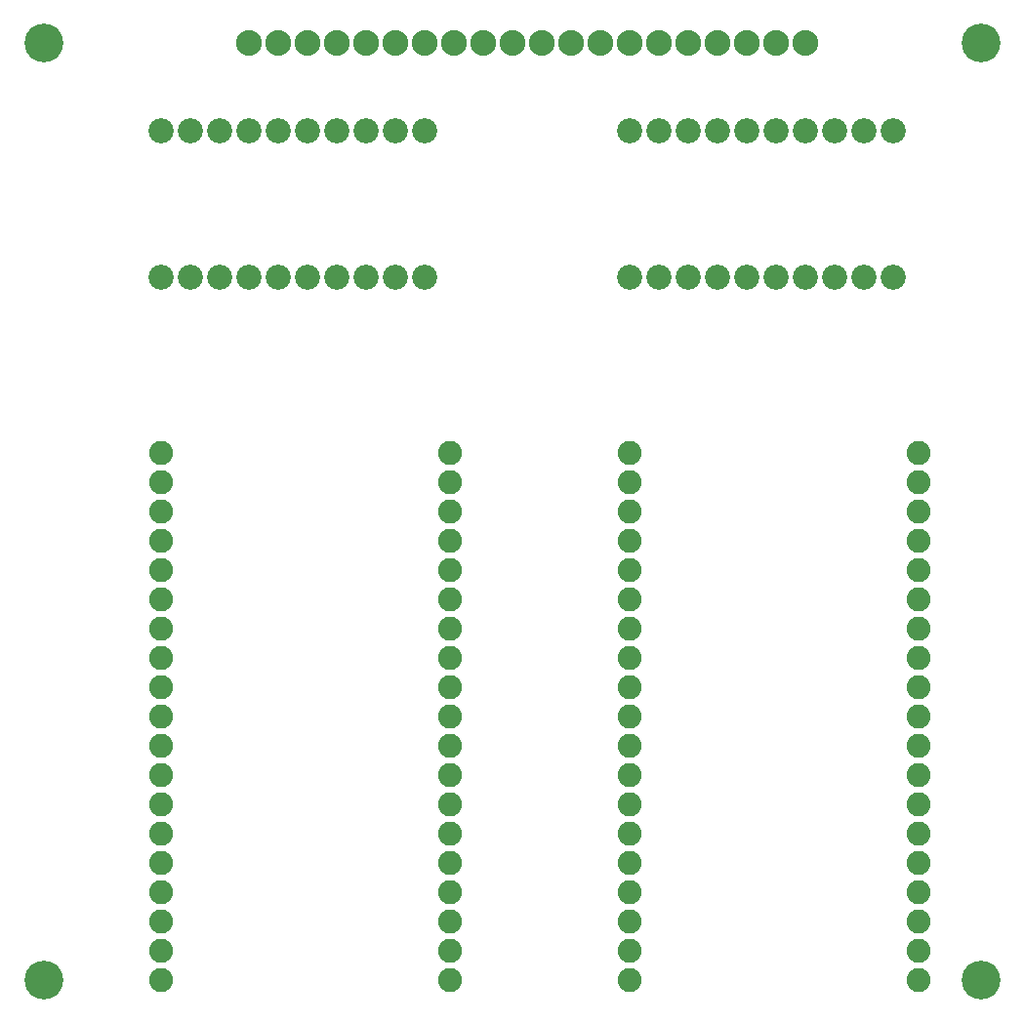
<source format=gts>
G04 MADE WITH FRITZING*
G04 WWW.FRITZING.ORG*
G04 DOUBLE SIDED*
G04 HOLES PLATED*
G04 CONTOUR ON CENTER OF CONTOUR VECTOR*
%ASAXBY*%
%FSLAX23Y23*%
%MOIN*%
%OFA0B0*%
%SFA1.0B1.0*%
%ADD10C,0.086000*%
%ADD11C,0.088000*%
%ADD12C,0.081824*%
%ADD13C,0.132047*%
%LNMASK1*%
G90*
G70*
G54D10*
X2207Y3072D03*
X2307Y3072D03*
X2407Y3072D03*
X2507Y3072D03*
X2607Y3072D03*
X2707Y3072D03*
X2807Y3072D03*
X2907Y3072D03*
X3007Y3072D03*
X3107Y3072D03*
X3107Y2572D03*
X3007Y2572D03*
X2907Y2572D03*
X2807Y2572D03*
X2707Y2572D03*
X2607Y2572D03*
X2507Y2572D03*
X2407Y2572D03*
X2307Y2572D03*
X2207Y2572D03*
X608Y3071D03*
X708Y3071D03*
X808Y3071D03*
X908Y3071D03*
X1008Y3071D03*
X1108Y3071D03*
X1208Y3071D03*
X1308Y3071D03*
X1408Y3071D03*
X1508Y3071D03*
X1508Y2571D03*
X1408Y2571D03*
X1308Y2571D03*
X1208Y2571D03*
X1108Y2571D03*
X1008Y2571D03*
X908Y2571D03*
X808Y2571D03*
X708Y2571D03*
X608Y2571D03*
G54D11*
X908Y3371D03*
X1008Y3371D03*
X1108Y3371D03*
X1208Y3371D03*
X1308Y3371D03*
X1408Y3371D03*
X1508Y3371D03*
X1608Y3371D03*
X1708Y3371D03*
X1808Y3371D03*
X908Y3371D03*
X1008Y3371D03*
X1108Y3371D03*
X1208Y3371D03*
X1308Y3371D03*
X1408Y3371D03*
X1508Y3371D03*
X1608Y3371D03*
X1708Y3371D03*
X1808Y3371D03*
X1908Y3371D03*
X2008Y3371D03*
X2108Y3371D03*
X2208Y3371D03*
X2308Y3371D03*
X2408Y3371D03*
X2508Y3371D03*
X2608Y3371D03*
X2708Y3371D03*
X2808Y3371D03*
X1908Y3371D03*
X2008Y3371D03*
X2108Y3371D03*
X2208Y3371D03*
X2308Y3371D03*
X2408Y3371D03*
X2508Y3371D03*
X2608Y3371D03*
X2708Y3371D03*
X2808Y3371D03*
G54D12*
X608Y1971D03*
X608Y1871D03*
X608Y1771D03*
X608Y1671D03*
X608Y1571D03*
X608Y1471D03*
X608Y1371D03*
X608Y1271D03*
X608Y1171D03*
X608Y1072D03*
X608Y971D03*
X608Y871D03*
X608Y772D03*
X608Y671D03*
X608Y572D03*
X608Y472D03*
X608Y372D03*
X608Y272D03*
X608Y171D03*
X1594Y171D03*
X1594Y272D03*
X1594Y372D03*
X1594Y472D03*
X1594Y572D03*
X1594Y671D03*
X1594Y772D03*
X1594Y871D03*
X1594Y971D03*
X1594Y1072D03*
X1594Y1171D03*
X1594Y1271D03*
X1594Y1371D03*
X1594Y1471D03*
X1594Y1571D03*
X1594Y1671D03*
X1594Y1771D03*
X1594Y1871D03*
X1594Y1971D03*
G54D13*
X208Y171D03*
X3408Y171D03*
X208Y3371D03*
X3408Y3371D03*
G54D12*
X2208Y1971D03*
X2208Y1871D03*
X2208Y1771D03*
X2208Y1671D03*
X2208Y1571D03*
X2208Y1471D03*
X2208Y1371D03*
X2208Y1271D03*
X2208Y1171D03*
X2208Y1072D03*
X2208Y971D03*
X2208Y871D03*
X2208Y772D03*
X2208Y671D03*
X2208Y572D03*
X2208Y472D03*
X2208Y372D03*
X2208Y272D03*
X2208Y171D03*
X3194Y171D03*
X3194Y272D03*
X3194Y372D03*
X3194Y472D03*
X3194Y572D03*
X3194Y671D03*
X3194Y772D03*
X3194Y871D03*
X3194Y971D03*
X3194Y1072D03*
X3194Y1171D03*
X3194Y1271D03*
X3194Y1371D03*
X3194Y1471D03*
X3194Y1571D03*
X3194Y1671D03*
X3194Y1771D03*
X3194Y1871D03*
X3194Y1971D03*
G04 End of Mask1*
M02*
</source>
